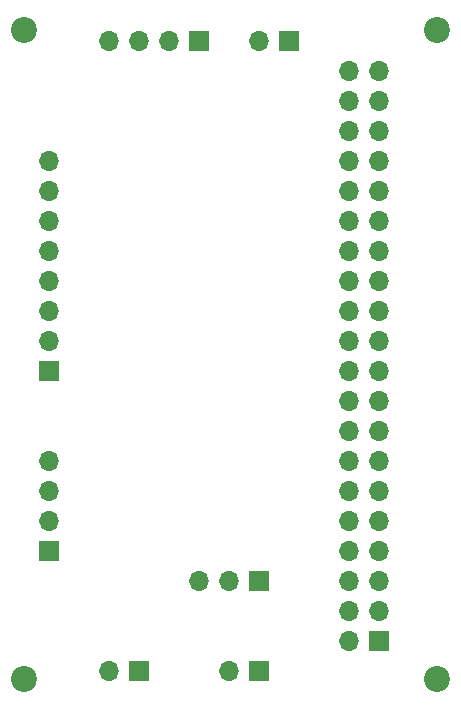
<source format=gbr>
%TF.GenerationSoftware,KiCad,Pcbnew,8.0.7*%
%TF.CreationDate,2025-03-04T00:24:51+01:00*%
%TF.ProjectId,Wildeye_pcb,57696c64-6579-4655-9f70-63622e6b6963,rev?*%
%TF.SameCoordinates,Original*%
%TF.FileFunction,Soldermask,Bot*%
%TF.FilePolarity,Negative*%
%FSLAX46Y46*%
G04 Gerber Fmt 4.6, Leading zero omitted, Abs format (unit mm)*
G04 Created by KiCad (PCBNEW 8.0.7) date 2025-03-04 00:24:51*
%MOMM*%
%LPD*%
G01*
G04 APERTURE LIST*
%ADD10R,1.700000X1.700000*%
%ADD11O,1.700000X1.700000*%
%ADD12C,2.200000*%
G04 APERTURE END LIST*
D10*
%TO.C,PIR_Sensor1*%
X152400000Y-106680000D03*
D11*
X149860000Y-106680000D03*
X147320000Y-106680000D03*
%TD*%
D10*
%TO.C,GY-87_Sensor1*%
X134620000Y-88900000D03*
D11*
X134620000Y-86360000D03*
X134620000Y-83820000D03*
X134620000Y-81280000D03*
X134620000Y-78740000D03*
X134620000Y-76200000D03*
X134620000Y-73660000D03*
X134620000Y-71120000D03*
%TD*%
D12*
%TO.C,REF1*%
X132500000Y-60000000D03*
%TD*%
D10*
%TO.C,LTE_Modem1*%
X147320000Y-60960000D03*
D11*
X144780000Y-60960000D03*
X142240000Y-60960000D03*
X139700000Y-60960000D03*
%TD*%
D10*
%TO.C,Switch_Module1*%
X142240000Y-114300000D03*
D11*
X139700000Y-114300000D03*
%TD*%
D12*
%TO.C,REF3*%
X167500000Y-115000000D03*
%TD*%
D10*
%TO.C,BME280_Sensor1*%
X134620000Y-104140000D03*
D11*
X134620000Y-101600000D03*
X134620000Y-99060000D03*
X134620000Y-96520000D03*
%TD*%
D12*
%TO.C,REF4*%
X132500000Y-115000000D03*
%TD*%
D10*
%TO.C,RaspberryPi_USB1*%
X154940000Y-60950000D03*
D11*
X152400000Y-60950000D03*
%TD*%
D10*
%TO.C,RaspberryPi_GPIOs1*%
X162560000Y-111760000D03*
D11*
X160020000Y-111760000D03*
X162560000Y-109220000D03*
X160020000Y-109220000D03*
X162560000Y-106680000D03*
X160020000Y-106680000D03*
X162560000Y-104140000D03*
X160020000Y-104140000D03*
X162560000Y-101600000D03*
X160020000Y-101600000D03*
X162560000Y-99060000D03*
X160020000Y-99060000D03*
X162560000Y-96520000D03*
X160020000Y-96520000D03*
X162560000Y-93980000D03*
X160020000Y-93980000D03*
X162560000Y-91440000D03*
X160020000Y-91440000D03*
X162560000Y-88900000D03*
X160020000Y-88900000D03*
X162560000Y-86360000D03*
X160020000Y-86360000D03*
X162560000Y-83820000D03*
X160020000Y-83820000D03*
X162560000Y-81280000D03*
X160020000Y-81280000D03*
X162560000Y-78740000D03*
X160020000Y-78740000D03*
X162560000Y-76200000D03*
X160020000Y-76200000D03*
X162560000Y-73660000D03*
X160020000Y-73660000D03*
X162560000Y-71120000D03*
X160020000Y-71120000D03*
X162560000Y-68580000D03*
X160020000Y-68580000D03*
X162560000Y-66040000D03*
X160020000Y-66040000D03*
X162560000Y-63500000D03*
X160020000Y-63500000D03*
%TD*%
D10*
%TO.C,Powerbank_Power1*%
X152400000Y-114300000D03*
D11*
X149860000Y-114300000D03*
%TD*%
D12*
%TO.C,REF2*%
X167500000Y-60000000D03*
%TD*%
M02*

</source>
